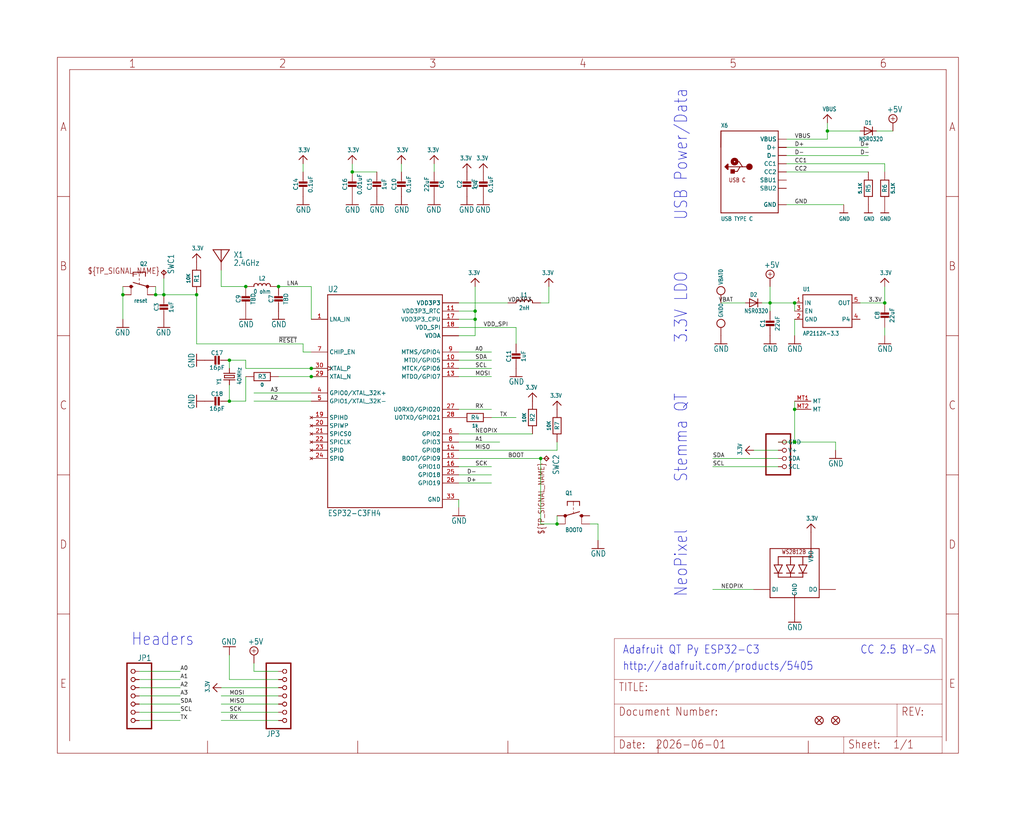
<source format=kicad_sch>
(kicad_sch (version 20230121) (generator eeschema)
  (paper "User" 317.5 254.127)
  (lib_symbols
    (symbol "working-eagle-import:+5V" (power)
      (property "Value" "+5V" (at -1.905 3.175 0))
      (symbol "+5V_1_0"
        (pin power_in line (at 0 -2.54 90) (length 2.54) (name "+5V") (number "1"))
      )
    )
    (symbol "working-eagle-import:3.3V" (power)
      (property "Value" "3.3V" (at -1.524 1.016 0))
      (symbol "3.3V_1_0"
        (pin power_in line (at 0 -2.54 90) (length 2.54) (name "3.3V") (number "1"))
      )
    )
    (symbol "working-eagle-import:ANTENNA_JOHANSON_2450AT18B100"
      (property "Reference" "X" (at 3.81 1.27 0))
      (symbol "ANTENNA_JOHANSON_2450AT18B100_1_0"
        (pin passive line (at 0 -2.54 90) (length 2.54) (name "P$1") (number "FP"))
      )
    )
    (symbol "working-eagle-import:CAP_CERAMIC0805-NOOUTLINE"
      (property "Reference" "C" (at -2.29 1.25 90))
      (symbol "CAP_CERAMIC0805-NOOUTLINE_1_0"
        (pin passive line (at 0 5.08 270) (length 2.54) (name "1") (number "1"))
        (pin passive line (at 0 -2.54 90) (length 2.54) (name "2") (number "2"))
      )
    )
    (symbol "working-eagle-import:CAP_CERAMIC_0402NO"
      (property "Reference" "C" (at -2.29 1.25 90))
      (symbol "CAP_CERAMIC_0402NO_1_0"
        (pin passive line (at 0 5.08 270) (length 2.54) (name "1") (number "1"))
        (pin passive line (at 0 -2.54 90) (length 2.54) (name "2") (number "2"))
      )
    )
    (symbol "working-eagle-import:CRYSTAL_2X1.6MM"
      (property "Reference" "Y" (at -2.54 2.54 0))
      (symbol "CRYSTAL_2X1.6MM_1_0"
        (pin passive line (at -2.54 0 0) (length 0) (name "1") (number "1"))
        (pin passive line (at 2.54 0 180) (length 0) (name "2") (number "3"))
      )
    )
    (symbol "working-eagle-import:DIODE_SOD323MINI"
      (property "Reference" "D" (at 0 2.54 0))
      (symbol "DIODE_SOD323MINI_1_0"
        (pin passive line (at -2.54 0 0) (length 2.54) (name "A") (number "A"))
        (pin passive line (at 2.54 0 180) (length 2.54) (name "C") (number "C"))
      )
    )
    (symbol "working-eagle-import:ESP32-C3FH4"
      (property "Reference" "U" (at -17.78 33.782 0))
      (symbol "ESP32-C3FH4_1_0"
        (pin bidirectional line (at -22.86 25.4 0) (length 5.08) (name "LNA_IN") (number "1"))
        (pin bidirectional line (at 22.86 12.7 180) (length 5.08) (name "MTDI/GPIO5") (number "10"))
        (pin power_in line (at 22.86 27.94 180) (length 5.08) (name "VDD3P3_RTC") (number "11"))
        (pin bidirectional line (at 22.86 10.16 180) (length 5.08) (name "MTCK/GPIO6") (number "12"))
        (pin bidirectional line (at 22.86 7.62 180) (length 5.08) (name "MTDO/GPIO7") (number "13"))
        (pin bidirectional line (at 22.86 -15.24 180) (length 5.08) (name "GPIO8") (number "14"))
        (pin bidirectional line (at 22.86 -17.78 180) (length 5.08) (name "BOOT/GPIO9") (number "15"))
        (pin bidirectional line (at 22.86 -20.32 180) (length 5.08) (name "GPIO10") (number "16"))
        (pin power_in line (at 22.86 25.4 180) (length 5.08) (name "VDD3P3_CPU") (number "17"))
        (pin power_in line (at 22.86 22.86 180) (length 5.08) (name "VDD_SPI") (number "18"))
        (pin no_connect line (at -22.86 -5.08 0) (length 5.08) (name "SPIHD") (number "19"))
        (pin power_in line (at 22.86 30.48 180) (length 5.08) (name "VDD3P3") (number "2"))
        (pin no_connect line (at -22.86 -7.62 0) (length 5.08) (name "SPIWP") (number "20"))
        (pin no_connect line (at -22.86 -10.16 0) (length 5.08) (name "SPICS0") (number "21"))
        (pin no_connect line (at -22.86 -12.7 0) (length 5.08) (name "SPICLK") (number "22"))
        (pin no_connect line (at -22.86 -15.24 0) (length 5.08) (name "SPID") (number "23"))
        (pin no_connect line (at -22.86 -17.78 0) (length 5.08) (name "SPIQ") (number "24"))
        (pin bidirectional line (at 22.86 -22.86 180) (length 5.08) (name "GPIO18") (number "25"))
        (pin bidirectional line (at 22.86 -25.4 180) (length 5.08) (name "GPIO19") (number "26"))
        (pin bidirectional line (at 22.86 -2.54 180) (length 5.08) (name "U0RXD/GPIO20") (number "27"))
        (pin bidirectional line (at 22.86 -5.08 180) (length 5.08) (name "U0TXD/GPIO21") (number "28"))
        (pin output line (at -22.86 7.62 0) (length 5.08) (name "XTAL_N") (number "29"))
        (pin power_in line (at 22.86 30.48 180) (length 5.08) (name "VDD3P3") (number "3"))
        (pin input clock (at -22.86 10.16 0) (length 5.08) (name "XTAL_P") (number "30"))
        (pin power_in line (at 22.86 20.32 180) (length 5.08) (name "VDDA") (number "31"))
        (pin power_in line (at 22.86 20.32 180) (length 5.08) (name "VDDA") (number "32"))
        (pin power_in line (at 22.86 -30.48 180) (length 5.08) (name "GND") (number "33"))
        (pin bidirectional line (at -22.86 2.54 0) (length 5.08) (name "GPIO0/XTAL_32K+") (number "4"))
        (pin bidirectional line (at -22.86 0 0) (length 5.08) (name "GPIO1/XTAL_32K-") (number "5"))
        (pin bidirectional line (at 22.86 -10.16 180) (length 5.08) (name "GPIO2") (number "6"))
        (pin input line (at -22.86 15.24 0) (length 5.08) (name "CHIP_EN") (number "7"))
        (pin bidirectional line (at 22.86 -12.7 180) (length 5.08) (name "GPIO3") (number "8"))
        (pin bidirectional line (at 22.86 15.24 180) (length 5.08) (name "MTMS/GPIO4") (number "9"))
      )
    )
    (symbol "working-eagle-import:FIDUCIAL_1MM")
    (symbol "working-eagle-import:FRAME_A_L"
      (symbol "FRAME_A_L_1_0"
        (text "1" (at 23.2833 213.995 0) (effects (font (size 2.54 2.286))))
        (text "2" (at 69.85 213.995 0) (effects (font (size 2.54 2.286))))
        (text "3" (at 116.4167 213.995 0) (effects (font (size 2.54 2.286))))
        (text "4" (at 162.9833 213.995 0) (effects (font (size 2.54 2.286))))
        (text "5" (at 209.55 213.995 0) (effects (font (size 2.54 2.286))))
        (text "6" (at 256.1167 213.995 0) (effects (font (size 2.54 2.286))))
        (text "A" (at 1.905 194.31 0) (effects (font (size 2.54 2.286))))
        (text "A" (at 277.495 194.31 0) (effects (font (size 2.54 2.286))))
        (text "B" (at 1.905 151.13 0) (effects (font (size 2.54 2.286))))
        (text "B" (at 277.495 151.13 0) (effects (font (size 2.54 2.286))))
        (text "C" (at 1.905 107.95 0) (effects (font (size 2.54 2.286))))
        (text "C" (at 277.495 107.95 0) (effects (font (size 2.54 2.286))))
        (text "D" (at 1.905 64.77 0) (effects (font (size 2.54 2.286))))
        (text "D" (at 277.495 64.77 0) (effects (font (size 2.54 2.286))))
        (text "E" (at 1.905 21.59 0) (effects (font (size 2.54 2.286))))
        (text "E" (at 277.495 21.59 0) (effects (font (size 2.54 2.286))))
      )
      (symbol "FRAME_A_L_2_0"
        (text "${#}/${##}" (at 86.36 1.27 0) (effects (font (size 2.54 2.159)) (justify left bottom)))
        (text "${CURRENT_DATE}" (at 12.7 1.27 0) (effects (font (size 2.54 2.159)) (justify left bottom)))
        (text "${PROJECTNAME}" (at 17.78 19.05 0) (effects (font (size 2.54 2.159)) (justify left bottom)))
        (text "Date:" (at 1.27 1.27 0) (effects (font (size 2.54 2.159)) (justify left bottom)))
        (text "Document Number:" (at 1.27 11.43 0) (effects (font (size 2.54 2.159)) (justify left bottom)))
        (text "REV:" (at 88.9 11.43 0) (effects (font (size 2.54 2.159)) (justify left bottom)))
        (text "Sheet:" (at 72.39 1.27 0) (effects (font (size 2.54 2.159)) (justify left bottom)))
        (text "TITLE:" (at 1.27 19.05 0) (effects (font (size 2.54 2.159)) (justify left bottom)))
      )
    )
    (symbol "working-eagle-import:GND" (power)
      (property "Value" "GND" (at -2.54 -2.54 0))
      (symbol "GND_1_0"
        (pin power_in line (at 0 2.54 270) (length 2.54) (name "GND") (number "1"))
      )
    )
    (symbol "working-eagle-import:HEADER-1X7_CASTEL"
      (property "Reference" "JP" (at -6.35 10.795 0))
      (symbol "HEADER-1X7_CASTEL_1_0"
        (pin passive inverted (at -2.54 7.62 0) (length 2.54) (name "1") (number "1"))
        (pin passive inverted (at -2.54 7.62 0) (length 2.54) (name "1") (number "1C"))
        (pin passive inverted (at -2.54 5.08 0) (length 2.54) (name "2") (number "2"))
        (pin passive inverted (at -2.54 5.08 0) (length 2.54) (name "2") (number "2C"))
        (pin passive inverted (at -2.54 2.54 0) (length 2.54) (name "3") (number "3"))
        (pin passive inverted (at -2.54 2.54 0) (length 2.54) (name "3") (number "3C"))
        (pin passive inverted (at -2.54 0 0) (length 2.54) (name "4") (number "4"))
        (pin passive inverted (at -2.54 0 0) (length 2.54) (name "4") (number "4C"))
        (pin passive inverted (at -2.54 -2.54 0) (length 2.54) (name "5") (number "5"))
        (pin passive inverted (at -2.54 -2.54 0) (length 2.54) (name "5") (number "5C"))
        (pin passive inverted (at -2.54 -5.08 0) (length 2.54) (name "6") (number "6"))
        (pin passive inverted (at -2.54 -5.08 0) (length 2.54) (name "6") (number "6C"))
        (pin passive inverted (at -2.54 -7.62 0) (length 2.54) (name "7") (number "7"))
        (pin passive inverted (at -2.54 -7.62 0) (length 2.54) (name "7") (number "7C"))
      )
    )
    (symbol "working-eagle-import:INDUCTOR_0402"
      (property "Reference" "L" (at 0 2.54 0))
      (symbol "INDUCTOR_0402_1_0"
        (pin passive line (at -5.08 0 0) (length 2.54) (name "1") (number "1"))
        (pin passive line (at 5.08 0 180) (length 2.54) (name "2") (number "2"))
      )
    )
    (symbol "working-eagle-import:RESISTOR_0402NO"
      (property "Reference" "R" (at 0 2.54 0))
      (symbol "RESISTOR_0402NO_1_0"
        (pin passive line (at -5.08 0 0) (length 2.54) (name "1") (number "1"))
        (pin passive line (at 5.08 0 180) (length 2.54) (name "2") (number "2"))
      )
    )
    (symbol "working-eagle-import:RESISTOR_TWO6MIL"
      (property "Reference" "R" (at 0 2.54 0))
      (symbol "RESISTOR_TWO6MIL_1_0"
        (pin passive line (at -5.08 0 0) (length 2.54) (name "1") (number "1"))
        (pin passive line (at 5.08 0 180) (length 2.54) (name "2") (number "2"))
      )
    )
    (symbol "working-eagle-import:STEMMA_I2C_QTSKINNY"
      (symbol "STEMMA_I2C_QTSKINNY_1_0"
        (pin passive inverted (at 0 5.08 0) (length 2.54) (name "GND") (number "1"))
        (pin passive inverted (at 0 2.54 0) (length 2.54) (name "V+") (number "2"))
        (pin passive inverted (at 0 0 0) (length 2.54) (name "SDA") (number "3"))
        (pin passive inverted (at 0 -2.54 0) (length 2.54) (name "SCL") (number "4"))
      )
      (symbol "STEMMA_I2C_QTSKINNY_2_0"
        (pin bidirectional line (at 0 0 0) (length 5.08) (name "MT") (number "MT1"))
      )
      (symbol "STEMMA_I2C_QTSKINNY_3_0"
        (pin bidirectional line (at 0 0 0) (length 5.08) (name "MT") (number "MT2"))
      )
    )
    (symbol "working-eagle-import:SWITCH_TACT_SMT4.6X2.8"
      (property "Reference" "SW" (at -2.54 6.35 0))
      (symbol "SWITCH_TACT_SMT4.6X2.8_1_0"
        (pin passive line (at -5.08 0 0) (length 2.54) (name "P") (number "A"))
        (pin passive line (at -5.08 -2.54 0) (length 2.54) (name "P1") (number "A'"))
        (pin passive line (at 5.08 0 180) (length 2.54) (name "S") (number "B"))
        (pin passive line (at 5.08 -2.54 180) (length 2.54) (name "S1") (number "B'"))
      )
    )
    (symbol "working-eagle-import:SWITCH_TACT_SMT_KMR2SLIM"
      (property "Reference" "SW" (at -2.54 6.35 0))
      (symbol "SWITCH_TACT_SMT_KMR2SLIM_1_0"
        (pin passive line (at -5.08 0 0) (length 2.54) (name "P") (number "A"))
        (pin passive line (at -5.08 -2.54 0) (length 2.54) (name "P1") (number "A'"))
        (pin passive line (at 5.08 0 180) (length 2.54) (name "S") (number "B"))
        (pin passive line (at 5.08 -2.54 180) (length 2.54) (name "S1") (number "B'"))
      )
    )
    (symbol "working-eagle-import:TESTPOINT_MINUS"
      (property "Reference" "TP" (at 0 5.588 90))
      (symbol "TESTPOINT_MINUS_1_0"
        (pin bidirectional line (at 0 0 90) (length 2.54) (name "P$1") (number "P$1"))
      )
    )
    (symbol "working-eagle-import:TESTPOINT_PLUS13"
      (property "Reference" "TP" (at 0 5.588 90))
      (symbol "TESTPOINT_PLUS13_1_0"
        (pin bidirectional line (at 0 0 90) (length 2.54) (name "P$1") (number "P$1"))
      )
    )
    (symbol "working-eagle-import:TPB1,27"
      (property "Reference" "TP" (at -1.27 1.27 0))
      (symbol "TPB1,27_1_0"
        (text "${TP_SIGNAL_NAME}" (at 1.27 -1.27 0) (effects (font (size 1.778 1.5113)) (justify left bottom)))
        (pin input line (at 0 -2.54 90) (length 2.54) (name "TP") (number "TP"))
      )
    )
    (symbol "working-eagle-import:USB_C"
      (property "Reference" "X" (at -10.16 13.716 0))
      (symbol "USB_C_1_0"
        (text "USB C" (at -5.08 -2.54 0) (effects (font (size 1.27 1.0795))))
        (pin power_in line (at 10.16 -10.16 180) (length 2.54) (name "GND") (number "A1B12"))
        (pin power_in line (at 10.16 10.16 180) (length 2.54) (name "VBUS") (number "A4B9"))
        (pin bidirectional line (at 10.16 2.54 180) (length 2.54) (name "CC1") (number "A5"))
        (pin bidirectional line (at 10.16 7.62 180) (length 2.54) (name "D+") (number "A6"))
        (pin bidirectional line (at 10.16 5.08 180) (length 2.54) (name "D-") (number "A7"))
        (pin bidirectional line (at 10.16 -2.54 180) (length 2.54) (name "SBU1") (number "A8"))
        (pin power_in line (at 10.16 -10.16 180) (length 2.54) (name "GND") (number "B1A12"))
        (pin power_in line (at 10.16 10.16 180) (length 2.54) (name "VBUS") (number "B4A9"))
        (pin bidirectional line (at 10.16 0 180) (length 2.54) (name "CC2") (number "B5"))
        (pin bidirectional line (at 10.16 7.62 180) (length 2.54) (name "D+") (number "B6"))
        (pin bidirectional line (at 10.16 5.08 180) (length 2.54) (name "D-") (number "B7"))
        (pin bidirectional line (at 10.16 -5.08 180) (length 2.54) (name "SBU2") (number "B8"))
      )
    )
    (symbol "working-eagle-import:VBUS" (power)
      (property "Value" "VBUS" (at -1.524 1.016 0))
      (symbol "VBUS_1_0"
        (pin power_in line (at 0 -2.54 90) (length 2.54) (name "VBUS") (number "1"))
      )
    )
    (symbol "working-eagle-import:VREG_SOT23-5"
      (property "Reference" "U" (at -7.62 6.096 0))
      (symbol "VREG_SOT23-5_1_0"
        (pin power_in line (at -10.16 2.54 0) (length 2.54) (name "IN") (number "1"))
        (pin power_in line (at -10.16 -2.54 0) (length 2.54) (name "GND") (number "2"))
        (pin input line (at -10.16 0 0) (length 2.54) (name "EN") (number "3"))
        (pin bidirectional line (at 10.16 -2.54 180) (length 2.54) (name "P4") (number "4"))
        (pin power_in line (at 10.16 2.54 180) (length 2.54) (name "OUT") (number "5"))
      )
    )
    (symbol "working-eagle-import:WS2812B_SK6805_1515"
      (symbol "WS2812B_SK6805_1515_1_0"
        (text "WS2812B" (at -4.064 8.382 0) (effects (font (size 1.27 1.0795)) (justify left bottom)))
        (pin input line (at -12.7 -2.54 0) (length 5.08) (name "DI") (number "1"))
        (pin power_in line (at 5.08 15.24 270) (length 5.08) (name "VDD") (number "2"))
        (pin output line (at 12.7 -2.54 180) (length 5.08) (name "DO") (number "3"))
        (pin power_in line (at 0 -10.16 90) (length 5.08) (name "GND") (number "4"))
      )
    )
    (symbol "working-eagle-import:microbuilder_GND" (power)
      (property "Value" "microbuilder_GND" (at -1.524 -2.54 0))
      (symbol "microbuilder_GND_1_0"
        (pin power_in line (at 0 2.54 270) (length 2.54) (name "GND") (number "1"))
      )
    )
  )
  (junction (at 38.1 91.44))
  (junction (at 71.12 111.76))
  (junction (at 256.54 40.64))
  (junction (at 246.38 127))
  (junction (at 60.96 91.44))
  (junction (at 172.72 162.56))
  (junction (at 50.8 91.44))
  (junction (at 147.32 96.52))
  (junction (at 96.52 116.84))
  (junction (at 246.38 93.98))
  (junction (at 48.26 91.44))
  (junction (at 147.32 99.06))
  (junction (at 238.76 93.98))
  (junction (at 167.64 142.24))
  (junction (at 86.36 88.9))
  (junction (at 109.22 53.34))
  (junction (at 71.12 124.46))
  (junction (at 246.38 137.16))
  (junction (at 274.32 93.98))
  (junction (at 96.52 114.3))
  (junction (at 76.2 88.9))
  (wire (pts (xy 86.36 210.82) (xy 71.12 210.82)) (stroke (width 0.1524)))
  (wire (pts (xy 86.36 213.36) (xy 68.58 213.36)) (stroke (width 0.1524)))
  (wire (pts (xy 60.96 106.68) (xy 60.96 91.44)) (stroke (width 0.1524)))
  (wire (pts (xy 243.84 50.8) (xy 274.32 50.8)) (stroke (width 0.1524)))
  (wire (pts (xy 238.76 96.52) (xy 238.76 93.98)) (stroke (width 0.1524)))
  (wire (pts (xy 142.24 104.14) (xy 147.32 104.14)) (stroke (width 0.1524)))
  (wire (pts (xy 246.38 137.16) (xy 259.08 137.16)) (stroke (width 0.1524)))
  (wire (pts (xy 256.54 40.64) (xy 266.7 40.64)) (stroke (width 0.1524)))
  (wire (pts (xy 76.2 114.3) (xy 96.52 114.3)) (stroke (width 0.1524)))
  (wire (pts (xy 76.2 114.3) (xy 76.2 111.76)) (stroke (width 0.1524)))
  (wire (pts (xy 142.24 154.94) (xy 142.24 157.48)) (stroke (width 0.1524)))
  (wire (pts (xy 38.1 88.9) (xy 38.1 91.44)) (stroke (width 0.1524)))
  (wire (pts (xy 55.88 208.28) (xy 43.18 208.28)) (stroke (width 0.1524)))
  (wire (pts (xy 78.74 124.46) (xy 96.52 124.46)) (stroke (width 0.1524)))
  (wire (pts (xy 142.24 114.3) (xy 152.4 114.3)) (stroke (width 0.1524)))
  (wire (pts (xy 43.18 210.82) (xy 55.88 210.82)) (stroke (width 0.1524)))
  (wire (pts (xy 241.3 139.7) (xy 233.68 139.7)) (stroke (width 0.1524)))
  (wire (pts (xy 142.24 96.52) (xy 147.32 96.52)) (stroke (width 0.1524)))
  (wire (pts (xy 147.32 104.14) (xy 147.32 99.06)) (stroke (width 0.1524)))
  (wire (pts (xy 71.12 111.76) (xy 71.12 114.3)) (stroke (width 0.1524)))
  (wire (pts (xy 43.18 215.9) (xy 55.88 215.9)) (stroke (width 0.1524)))
  (wire (pts (xy 261.62 63.5) (xy 243.84 63.5)) (stroke (width 0.1524)))
  (wire (pts (xy 147.32 96.52) (xy 147.32 88.9)) (stroke (width 0.1524)))
  (wire (pts (xy 86.36 218.44) (xy 68.58 218.44)) (stroke (width 0.1524)))
  (wire (pts (xy 246.38 99.06) (xy 246.38 104.14)) (stroke (width 0.1524)))
  (wire (pts (xy 274.32 50.8) (xy 274.32 53.34)) (stroke (width 0.1524)))
  (wire (pts (xy 274.32 88.9) (xy 274.32 93.98)) (stroke (width 0.1524)))
  (wire (pts (xy 71.12 210.82) (xy 71.12 203.2)) (stroke (width 0.1524)))
  (wire (pts (xy 50.8 86.36) (xy 50.8 91.44)) (stroke (width 0.1524)))
  (wire (pts (xy 142.24 139.7) (xy 172.72 139.7)) (stroke (width 0.1524)))
  (wire (pts (xy 86.36 208.28) (xy 78.74 208.28)) (stroke (width 0.1524)))
  (wire (pts (xy 142.24 134.62) (xy 165.1 134.62)) (stroke (width 0.1524)))
  (wire (pts (xy 152.4 129.54) (xy 160.02 129.54)) (stroke (width 0.1524)))
  (wire (pts (xy 76.2 116.84) (xy 76.2 124.46)) (stroke (width 0.1524)))
  (wire (pts (xy 134.62 53.34) (xy 134.62 50.8)) (stroke (width 0.1524)))
  (wire (pts (xy 43.18 223.52) (xy 55.88 223.52)) (stroke (width 0.1524)))
  (wire (pts (xy 142.24 111.76) (xy 152.4 111.76)) (stroke (width 0.1524)))
  (wire (pts (xy 96.52 116.84) (xy 86.36 116.84)) (stroke (width 0.1524)))
  (wire (pts (xy 86.36 215.9) (xy 68.58 215.9)) (stroke (width 0.1524)))
  (wire (pts (xy 246.38 96.52) (xy 246.38 93.98)) (stroke (width 0.1524)))
  (wire (pts (xy 147.32 99.06) (xy 147.32 96.52)) (stroke (width 0.1524)))
  (wire (pts (xy 256.54 40.64) (xy 256.54 43.18)) (stroke (width 0.1524)))
  (wire (pts (xy 50.8 91.44) (xy 60.96 91.44)) (stroke (width 0.1524)))
  (wire (pts (xy 142.24 137.16) (xy 154.94 137.16)) (stroke (width 0.1524)))
  (wire (pts (xy 76.2 88.9) (xy 68.58 88.9)) (stroke (width 0.1524)))
  (wire (pts (xy 259.08 137.16) (xy 259.08 139.7)) (stroke (width 0.1524)))
  (wire (pts (xy 76.2 124.46) (xy 71.12 124.46)) (stroke (width 0.1524)))
  (wire (pts (xy 243.84 53.34) (xy 269.24 53.34)) (stroke (width 0.1524)))
  (wire (pts (xy 96.52 114.3) (xy 99.06 114.3)) (stroke (width 0.1524)))
  (wire (pts (xy 76.2 111.76) (xy 71.12 111.76)) (stroke (width 0.1524)))
  (wire (pts (xy 71.12 119.38) (xy 71.12 124.46)) (stroke (width 0.1524)))
  (wire (pts (xy 142.24 109.22) (xy 152.4 109.22)) (stroke (width 0.1524)))
  (wire (pts (xy 246.38 124.46) (xy 246.38 127)) (stroke (width 0.1524)))
  (wire (pts (xy 241.3 142.24) (xy 220.98 142.24)) (stroke (width 0.1524)))
  (wire (pts (xy 48.26 91.44) (xy 50.8 91.44)) (stroke (width 0.1524)))
  (wire (pts (xy 55.88 218.44) (xy 43.18 218.44)) (stroke (width 0.1524)))
  (wire (pts (xy 170.18 93.98) (xy 170.18 88.9)) (stroke (width 0.1524)))
  (wire (pts (xy 93.98 53.34) (xy 93.98 50.8)) (stroke (width 0.1524)))
  (wire (pts (xy 142.24 149.86) (xy 152.4 149.86)) (stroke (width 0.1524)))
  (wire (pts (xy 256.54 38.1) (xy 256.54 40.64)) (stroke (width 0.1524)))
  (wire (pts (xy 96.52 121.92) (xy 78.74 121.92)) (stroke (width 0.1524)))
  (wire (pts (xy 142.24 147.32) (xy 152.4 147.32)) (stroke (width 0.1524)))
  (wire (pts (xy 142.24 144.78) (xy 152.4 144.78)) (stroke (width 0.1524)))
  (wire (pts (xy 172.72 162.56) (xy 167.64 162.56)) (stroke (width 0.1524)))
  (wire (pts (xy 93.98 106.68) (xy 93.98 109.22)) (stroke (width 0.1524)))
  (wire (pts (xy 124.46 50.8) (xy 124.46 53.34)) (stroke (width 0.1524)))
  (wire (pts (xy 241.3 137.16) (xy 246.38 137.16)) (stroke (width 0.1524)))
  (wire (pts (xy 109.22 50.8) (xy 109.22 53.34)) (stroke (width 0.1524)))
  (wire (pts (xy 55.88 213.36) (xy 43.18 213.36)) (stroke (width 0.1524)))
  (wire (pts (xy 256.54 43.18) (xy 243.84 43.18)) (stroke (width 0.1524)))
  (wire (pts (xy 172.72 139.7) (xy 172.72 137.16)) (stroke (width 0.1524)))
  (wire (pts (xy 142.24 99.06) (xy 147.32 99.06)) (stroke (width 0.1524)))
  (wire (pts (xy 274.32 104.14) (xy 274.32 101.6)) (stroke (width 0.1524)))
  (wire (pts (xy 241.3 144.78) (xy 220.98 144.78)) (stroke (width 0.1524)))
  (wire (pts (xy 271.78 40.64) (xy 276.86 40.64)) (stroke (width 0.1524)))
  (wire (pts (xy 142.24 142.24) (xy 167.64 142.24)) (stroke (width 0.1524)))
  (wire (pts (xy 96.52 88.9) (xy 96.52 99.06)) (stroke (width 0.1524)))
  (wire (pts (xy 109.22 53.34) (xy 116.84 53.34)) (stroke (width 0.1524)))
  (wire (pts (xy 93.98 106.68) (xy 60.96 106.68)) (stroke (width 0.1524)))
  (wire (pts (xy 142.24 116.84) (xy 152.4 116.84)) (stroke (width 0.1524)))
  (wire (pts (xy 142.24 101.6) (xy 160.02 101.6)) (stroke (width 0.1524)))
  (wire (pts (xy 157.48 93.98) (xy 142.24 93.98)) (stroke (width 0.1524)))
  (wire (pts (xy 236.22 93.98) (xy 238.76 93.98)) (stroke (width 0.1524)))
  (wire (pts (xy 160.02 101.6) (xy 160.02 106.68)) (stroke (width 0.1524)))
  (wire (pts (xy 48.26 91.44) (xy 48.26 88.9)) (stroke (width 0.1524)))
  (wire (pts (xy 246.38 127) (xy 246.38 137.16)) (stroke (width 0.1524)))
  (wire (pts (xy 243.84 48.26) (xy 269.24 48.26)) (stroke (width 0.1524)))
  (wire (pts (xy 172.72 160.02) (xy 172.72 162.56)) (stroke (width 0.1524)))
  (wire (pts (xy 167.64 93.98) (xy 170.18 93.98)) (stroke (width 0.1524)))
  (wire (pts (xy 142.24 127) (xy 152.4 127)) (stroke (width 0.1524)))
  (wire (pts (xy 43.18 220.98) (xy 55.88 220.98)) (stroke (width 0.1524)))
  (wire (pts (xy 185.42 167.64) (xy 185.42 162.56)) (stroke (width 0.1524)))
  (wire (pts (xy 266.7 93.98) (xy 274.32 93.98)) (stroke (width 0.1524)))
  (wire (pts (xy 78.74 208.28) (xy 78.74 205.74)) (stroke (width 0.1524)))
  (wire (pts (xy 238.76 88.9) (xy 238.76 93.98)) (stroke (width 0.1524)))
  (wire (pts (xy 86.36 88.9) (xy 96.52 88.9)) (stroke (width 0.1524)))
  (wire (pts (xy 68.58 88.9) (xy 68.58 83.82)) (stroke (width 0.1524)))
  (wire (pts (xy 167.64 162.56) (xy 167.64 142.24)) (stroke (width 0.1524)))
  (wire (pts (xy 223.52 93.98) (xy 231.14 93.98)) (stroke (width 0.1524)))
  (wire (pts (xy 182.88 162.56) (xy 185.42 162.56)) (stroke (width 0.1524)))
  (wire (pts (xy 243.84 45.72) (xy 269.24 45.72)) (stroke (width 0.1524)))
  (wire (pts (xy 86.36 220.98) (xy 68.58 220.98)) (stroke (width 0.1524)))
  (wire (pts (xy 38.1 99.06) (xy 38.1 91.44)) (stroke (width 0.1524)))
  (wire (pts (xy 96.52 116.84) (xy 99.06 116.84)) (stroke (width 0.1524)))
  (wire (pts (xy 93.98 109.22) (xy 96.52 109.22)) (stroke (width 0.1524)))
  (wire (pts (xy 238.76 93.98) (xy 246.38 93.98)) (stroke (width 0.1524)))
  (wire (pts (xy 233.68 182.88) (xy 220.98 182.88)) (stroke (width 0.1524)))
  (wire (pts (xy 86.36 223.52) (xy 68.58 223.52)) (stroke (width 0.1524)))
  (text "Headers" (at 40.64 200.66 0) (effects (font (size 3.81 3.2385)) (justify left bottom)))
  (text "Adafruit QT Py ESP32-C3" (at 193.04 203.2 0) (effects (font (size 2.54 2.159)) (justify left bottom)))
  (text "http://adafruit.com/products/5405" (at 193.04 208.28 0) (effects (font (size 2.54 2.159)) (justify left bottom)))
  (text "CC 2.5 BY-SA" (at 266.7 203.2 0) (effects (font (size 2.54 2.159)) (justify left bottom)))
  (text "USB Power/Data" (at 213.36 68.58 90) (effects (font (size 3.81 3.2385)) (justify left bottom)))
  (text "NeoPixel" (at 213.36 185.42 90) (effects (font (size 3.81 3.2385)) (justify left bottom)))
  (text "Stemma QT" (at 213.36 149.86 90) (effects (font (size 3.81 3.2385)) (justify left bottom)))
  (text "3.3V LDO" (at 213.36 106.68 90) (effects (font (size 3.81 3.2385)) (justify left bottom)))
  (label "A3" (at 55.88 215.9 0) (effects (font (size 1.2446 1.2446))))
  (label "3.3V" (at 269.24 93.98 0) (effects (font (size 1.2446 1.2446))))
  (label "A1" (at 147.32 137.16 0) (effects (font (size 1.2446 1.2446))))
  (label "SDA" (at 220.98 142.24 0) (effects (font (size 1.2446 1.2446))))
  (label "SCL" (at 55.88 220.98 0) (effects (font (size 1.2446 1.2446))))
  (label "CC2" (at 246.38 53.34 0) (effects (font (size 1.2446 1.2446))))
  (label "GND" (at 246.38 63.5 0) (effects (font (size 1.2446 1.2446))))
  (label "D-" (at 266.7 48.26 0) (effects (font (size 1.2446 1.2446))))
  (label "TX" (at 154.94 129.54 0) (effects (font (size 1.2446 1.2446))))
  (label "D-" (at 144.78 147.32 0) (effects (font (size 1.2446 1.2446))))
  (label "VDD_SPI" (at 149.86 101.6 0) (effects (font (size 1.2446 1.2446))))
  (label "TX" (at 55.88 223.52 0) (effects (font (size 1.2446 1.2446))))
  (label "MOSI" (at 71.12 215.9 0) (effects (font (size 1.2446 1.2446))))
  (label "SCL" (at 147.32 114.3 0) (effects (font (size 1.2446 1.2446))))
  (label "D+" (at 266.7 45.72 0) (effects (font (size 1.2446 1.2446))))
  (label "~{RESET}" (at 86.36 106.68 0) (effects (font (size 1.2446 1.2446))))
  (label "A1" (at 55.88 210.82 0) (effects (font (size 1.2446 1.2446))))
  (label "LNA" (at 88.9 88.9 0) (effects (font (size 1.2446 1.2446))))
  (label "SCK" (at 147.32 144.78 0) (effects (font (size 1.2446 1.2446))))
  (label "A3" (at 83.82 121.92 0) (effects (font (size 1.2446 1.2446))))
  (label "D+" (at 144.78 149.86 0) (effects (font (size 1.2446 1.2446))))
  (label "MISO" (at 71.12 218.44 0) (effects (font (size 1.2446 1.2446))))
  (label "RX" (at 71.12 223.52 0) (effects (font (size 1.2446 1.2446))))
  (label "BOOT" (at 157.48 142.24 0) (effects (font (size 1.2446 1.2446))))
  (label "MISO" (at 147.32 139.7 0) (effects (font (size 1.2446 1.2446))))
  (label "SCK" (at 71.12 220.98 0) (effects (font (size 1.2446 1.2446))))
  (label "MOSI" (at 147.32 116.84 0) (effects (font (size 1.2446 1.2446))))
  (label "VBAT" (at 227.33 93.98 180) (effects (font (size 1.2446 1.2446))))
  (label "A2" (at 55.88 213.36 0) (effects (font (size 1.2446 1.2446))))
  (label "D+" (at 246.38 45.72 0) (effects (font (size 1.2446 1.2446))))
  (label "RX" (at 147.32 127 0) (effects (font (size 1.2446 1.2446))))
  (label "D-" (at 246.38 48.26 0) (effects (font (size 1.2446 1.2446))))
  (label "NEOPIX" (at 147.32 134.62 0) (effects (font (size 1.2446 1.2446))))
  (label "A2" (at 83.82 124.46 0) (effects (font (size 1.2446 1.2446))))
  (label "SDA" (at 55.88 218.44 0) (effects (font (size 1.2446 1.2446))))
  (label "NEOPIX" (at 223.52 182.88 0) (effects (font (size 1.2446 1.2446))))
  (label "VDD3P3" (at 157.48 93.98 0) (effects (font (size 1.2446 1.2446))))
  (label "SCL" (at 220.98 144.78 0) (effects (font (size 1.2446 1.2446))))
  (label "VBUS" (at 246.38 43.18 0) (effects (font (size 1.2446 1.2446))))
  (label "A0" (at 55.88 208.28 0) (effects (font (size 1.2446 1.2446))))
  (label "CC1" (at 246.38 50.8 0) (effects (font (size 1.2446 1.2446))))
  (label "SDA" (at 147.32 111.76 0) (effects (font (size 1.2446 1.2446))))
  (label "A0" (at 147.32 109.22 0) (effects (font (size 1.2446 1.2446))))
  (symbol (lib_id "working-eagle-import:RESISTOR_TWO6MIL") (at 172.72 132.08 270) (unit 1)
    (property "Reference" "R7" (at 172.72 132.08 0))
    (property "Value" "10K" (at 170.18 132.08 0) (effects (font (size 1.016 1.016) bold)))
    (property "Footprint" "working:_0603MP_TWO6MIL" (effects hide))
  )
  (symbol (lib_id "working-eagle-import:ESP32-C3FH4") (at 119.38 124.46 0) (unit 1)
    (property "Reference" "U2" (at 101.6 90.678 0) (effects (font (size 1.778 1.5113)) (justify left bottom)))
    (property "Value" "ESP32-C3FH4" (at 101.6 158.242 0) (effects (font (size 1.778 1.5113)) (justify left top)))
    (property "Footprint" "working:QFN32_5MM" (effects hide))
  )
  (symbol (lib_id "working-eagle-import:SWITCH_TACT_SMT_KMR2SLIM") (at 43.18 88.9 0) (mirror y) (unit 1)
    (property "Reference" "Q2" (at 45.72 82.55 0) (effects (font (size 1.27 1.0795)) (justify left bottom)))
    (property "Value" "reset" (at 45.72 93.98 0) (effects (font (size 1.27 1.0795)) (justify left bottom)))
    (property "Footprint" "working:BTN_KMR2_SLIM" (effects hide))
  )
  (symbol (lib_id "working-eagle-import:GND") (at 246.38 106.68 0) (mirror y) (unit 1)
    (property "Reference" "#GND1" (effects hide))
    (property "Value" "GND" (at 248.92 109.22 0) (effects (font (size 1.778 1.5113)) (justify left bottom)))
  )
  (symbol (lib_id "working-eagle-import:+5V") (at 78.74 203.2 0) (unit 1)
    (property "Reference" "#SUPPLY3" (effects hide))
    (property "Value" "+5V" (at 76.835 200.025 0) (effects (font (size 1.778 1.5113)) (justify left bottom)))
  )
  (symbol (lib_id "working-eagle-import:GND") (at 185.42 170.18 0) (mirror y) (unit 1)
    (property "Reference" "#GND7" (effects hide))
    (property "Value" "GND" (at 187.96 172.72 0) (effects (font (size 1.778 1.5113)) (justify left bottom)))
  )
  (symbol (lib_id "working-eagle-import:3.3V") (at 149.86 50.8 0) (mirror y) (unit 1)
    (property "Reference" "#U$21" (effects hide))
    (property "Value" "3.3V" (at 151.384 49.784 0) (effects (font (size 1.27 1.0795)) (justify left bottom)))
  )
  (symbol (lib_id "working-eagle-import:3.3V") (at 66.04 213.36 90) (unit 1)
    (property "Reference" "#U$10" (effects hide))
    (property "Value" "3.3V" (at 65.024 214.884 0) (effects (font (size 1.27 1.0795)) (justify left bottom)))
  )
  (symbol (lib_id "working-eagle-import:VBUS") (at 256.54 35.56 0) (unit 1)
    (property "Reference" "#U$5" (effects hide))
    (property "Value" "VBUS" (at 255.016 34.544 0) (effects (font (size 1.27 1.0795)) (justify left bottom)))
  )
  (symbol (lib_id "working-eagle-import:TESTPOINT_MINUS") (at 223.52 104.14 0) (unit 1)
    (property "Reference" "GND0" (at 223.52 98.552 90) (effects (font (size 1.27 1.0795)) (justify left)))
    (property "Value" "TESTPOINT_MINUS" (effects hide))
    (property "Footprint" "working:TESTPOINT_MINUS_1X3MM" (effects hide))
  )
  (symbol (lib_id "working-eagle-import:+5V") (at 276.86 38.1 0) (unit 1)
    (property "Reference" "#SUPPLY2" (effects hide))
    (property "Value" "+5V" (at 274.955 34.925 0) (effects (font (size 1.778 1.5113)) (justify left bottom)))
  )
  (symbol (lib_id "working-eagle-import:USB_C") (at 233.68 53.34 0) (unit 1)
    (property "Reference" "X6" (at 223.52 39.624 0) (effects (font (size 1.27 1.0795)) (justify left bottom)))
    (property "Value" "USB TYPE C" (at 223.52 68.58 0) (effects (font (size 1.27 1.0795)) (justify left bottom)))
    (property "Footprint" "working:USB_C_CUSB31-CFM2AX-01-X" (effects hide))
  )
  (symbol (lib_id "working-eagle-import:CAP_CERAMIC_0402NO") (at 76.2 93.98 0) (unit 1)
    (property "Reference" "C9" (at 73.91 92.73 90))
    (property "Value" "TBD" (at 78.5 92.73 90))
    (property "Footprint" "working:_0402NO" (effects hide))
  )
  (symbol (lib_id "working-eagle-import:CAP_CERAMIC0805-NOOUTLINE") (at 274.32 99.06 0) (unit 1)
    (property "Reference" "C8" (at 272.03 97.81 90))
    (property "Value" "22uF" (at 276.62 97.81 90))
    (property "Footprint" "working:0805-NO" (effects hide))
  )
  (symbol (lib_id "working-eagle-import:CAP_CERAMIC_0402NO") (at 66.04 111.76 270) (unit 1)
    (property "Reference" "C17" (at 67.29 109.47 90))
    (property "Value" "16pF" (at 67.29 114.06 90))
    (property "Footprint" "working:_0402NO" (effects hide))
  )
  (symbol (lib_id "working-eagle-import:GND") (at 76.2 99.06 0) (mirror y) (unit 1)
    (property "Reference" "#GND15" (effects hide))
    (property "Value" "GND" (at 78.74 101.6 0) (effects (font (size 1.778 1.5113)) (justify left bottom)))
  )
  (symbol (lib_id "working-eagle-import:GND") (at 71.12 200.66 0) (mirror x) (unit 1)
    (property "Reference" "#GND2" (effects hide))
    (property "Value" "GND" (at 68.58 198.12 0) (effects (font (size 1.778 1.5113)) (justify left bottom)))
  )
  (symbol (lib_id "working-eagle-import:TESTPOINT_PLUS13") (at 223.52 93.98 0) (unit 1)
    (property "Reference" "VBAT0" (at 223.52 88.392 90) (effects (font (size 1.27 1.0795)) (justify left)))
    (property "Value" "TESTPOINT_PLUS13" (effects hide))
    (property "Footprint" "working:TESTPOINT_PLUS_1X3MM" (effects hide))
  )
  (symbol (lib_id "working-eagle-import:3.3V") (at 93.98 48.26 0) (unit 1)
    (property "Reference" "#U$23" (effects hide))
    (property "Value" "3.3V" (at 92.456 47.244 0) (effects (font (size 1.27 1.0795)) (justify left bottom)))
  )
  (symbol (lib_id "working-eagle-import:FRAME_A_L") (at 190.5 233.68 0) (unit 2)
    (property "Reference" "#FRAME1" (effects hide))
    (property "Value" "FRAME_A_L" (effects hide))
  )
  (symbol (lib_id "working-eagle-import:GND") (at 116.84 63.5 0) (mirror y) (unit 1)
    (property "Reference" "#GND24" (effects hide))
    (property "Value" "GND" (at 119.38 66.04 0) (effects (font (size 1.778 1.5113)) (justify left bottom)))
  )
  (symbol (lib_id "working-eagle-import:RESISTOR_0402NO") (at 60.96 86.36 270) (unit 1)
    (property "Reference" "R1" (at 60.96 86.36 0))
    (property "Value" "10K" (at 58.42 86.36 0) (effects (font (size 1.016 1.016) bold)))
    (property "Footprint" "working:_0402NO" (effects hide))
  )
  (symbol (lib_id "working-eagle-import:3.3V") (at 231.14 139.7 90) (unit 1)
    (property "Reference" "#U$2" (effects hide))
    (property "Value" "3.3V" (at 230.124 141.224 0) (effects (font (size 1.27 1.0795)) (justify left bottom)))
  )
  (symbol (lib_id "working-eagle-import:VREG_SOT23-5") (at 256.54 96.52 0) (unit 1)
    (property "Reference" "U1" (at 248.92 90.424 0) (effects (font (size 1.27 1.0795)) (justify left bottom)))
    (property "Value" "AP2112K-3.3" (at 248.92 104.14 0) (effects (font (size 1.27 1.0795)) (justify left bottom)))
    (property "Footprint" "working:SOT23-5" (effects hide))
  )
  (symbol (lib_id "working-eagle-import:CAP_CERAMIC0805-NOOUTLINE") (at 134.62 58.42 0) (mirror y) (unit 1)
    (property "Reference" "C6" (at 136.91 57.17 90))
    (property "Value" "22uF" (at 132.32 57.17 90))
    (property "Footprint" "working:0805-NO" (effects hide))
  )
  (symbol (lib_id "working-eagle-import:GND") (at 274.32 106.68 0) (mirror y) (unit 1)
    (property "Reference" "#GND12" (effects hide))
    (property "Value" "GND" (at 276.86 109.22 0) (effects (font (size 1.778 1.5113)) (justify left bottom)))
  )
  (symbol (lib_id "working-eagle-import:3.3V") (at 251.46 162.56 0) (unit 1)
    (property "Reference" "#U$13" (effects hide))
    (property "Value" "3.3V" (at 249.936 161.544 0) (effects (font (size 1.27 1.0795)) (justify left bottom)))
  )
  (symbol (lib_id "working-eagle-import:GND") (at 134.62 63.5 0) (unit 1)
    (property "Reference" "#GND10" (effects hide))
    (property "Value" "GND" (at 132.08 66.04 0) (effects (font (size 1.778 1.5113)) (justify left bottom)))
  )
  (symbol (lib_id "working-eagle-import:3.3V") (at 60.96 78.74 0) (unit 1)
    (property "Reference" "#U$4" (effects hide))
    (property "Value" "3.3V" (at 59.436 77.724 0) (effects (font (size 1.27 1.0795)) (justify left bottom)))
  )
  (symbol (lib_id "working-eagle-import:CAP_CERAMIC_0402NO") (at 93.98 58.42 0) (unit 1)
    (property "Reference" "C14" (at 91.69 57.17 90))
    (property "Value" "0.1uF" (at 96.28 57.17 90))
    (property "Footprint" "working:_0402NO" (effects hide))
  )
  (symbol (lib_id "working-eagle-import:FRAME_A_L") (at 17.78 233.68 0) (unit 1)
    (property "Reference" "#FRAME1" (effects hide))
    (property "Value" "FRAME_A_L" (effects hide))
  )
  (symbol (lib_id "working-eagle-import:GND") (at 109.22 63.5 0) (mirror y) (unit 1)
    (property "Reference" "#GND23" (effects hide))
    (property "Value" "GND" (at 111.76 66.04 0) (effects (font (size 1.778 1.5113)) (justify left bottom)))
  )
  (symbol (lib_id "working-eagle-import:GND") (at 144.78 63.5 0) (unit 1)
    (property "Reference" "#GND5" (effects hide))
    (property "Value" "GND" (at 142.24 66.04 0) (effects (font (size 1.778 1.5113)) (justify left bottom)))
  )
  (symbol (lib_id "working-eagle-import:CAP_CERAMIC_0402NO") (at 144.78 58.42 0) (unit 1)
    (property "Reference" "C2" (at 142.49 57.17 90))
    (property "Value" "1uF" (at 147.08 57.17 90))
    (property "Footprint" "working:_0402NO" (effects hide))
  )
  (symbol (lib_id "working-eagle-import:INDUCTOR_0402") (at 162.56 93.98 0) (mirror y) (unit 1)
    (property "Reference" "L1" (at 162.56 91.44 0) (effects (font (size 1.27 1.0795))))
    (property "Value" "2nH" (at 162.56 95.52 0) (effects (font (size 1.27 1.0795))))
    (property "Footprint" "working:_0402" (effects hide))
  )
  (symbol (lib_id "working-eagle-import:HEADER-1X7_CASTEL") (at 40.64 215.9 0) (mirror y) (unit 1)
    (property "Reference" "JP1" (at 46.99 205.105 0) (effects (font (size 1.778 1.5113)) (justify left bottom)))
    (property "Value" "HEADER-1X7_CASTEL" (effects hide))
    (property "Footprint" "working:1X07_CASTEL" (effects hide))
  )
  (symbol (lib_id "working-eagle-import:CAP_CERAMIC_0402NO") (at 149.86 58.42 0) (unit 1)
    (property "Reference" "C4" (at 147.57 57.17 90))
    (property "Value" "0.1uF" (at 152.16 57.17 90))
    (property "Footprint" "working:_0402NO" (effects hide))
  )
  (symbol (lib_id "working-eagle-import:INDUCTOR_0402") (at 81.28 88.9 0) (unit 1)
    (property "Reference" "L2" (at 81.28 86.36 0) (effects (font (size 1.27 1.0795))))
    (property "Value" "0 ohm" (at 81.28 90.44 0) (effects (font (size 1.27 1.0795))))
    (property "Footprint" "working:_0402" (effects hide))
  )
  (symbol (lib_id "working-eagle-import:GND") (at 142.24 160.02 0) (mirror y) (unit 1)
    (property "Reference" "#GND9" (effects hide))
    (property "Value" "GND" (at 144.78 162.56 0) (effects (font (size 1.778 1.5113)) (justify left bottom)))
  )
  (symbol (lib_id "working-eagle-import:CAP_CERAMIC_0402NO") (at 109.22 58.42 0) (unit 1)
    (property "Reference" "C16" (at 106.93 57.17 90))
    (property "Value" "0.01uF" (at 111.52 57.17 90))
    (property "Footprint" "working:_0402NO" (effects hide))
  )
  (symbol (lib_id "working-eagle-import:TPB1,27") (at 50.8 83.82 0) (mirror y) (unit 1)
    (property "Reference" "SWC1" (at 52.07 85.09 90) (effects (font (size 1.778 1.5113)) (justify left bottom)))
    (property "Value" "TPB1,27" (effects hide))
    (property "Footprint" "working:B1,27" (effects hide))
  )
  (symbol (lib_id "working-eagle-import:RESISTOR_0402NO") (at 81.28 116.84 0) (unit 1)
    (property "Reference" "R3" (at 81.28 116.84 0))
    (property "Value" "0" (at 81.28 119.38 0) (effects (font (size 1.016 1.016) bold)))
    (property "Footprint" "working:_0402NO" (effects hide))
  )
  (symbol (lib_id "working-eagle-import:3.3V") (at 109.22 48.26 0) (unit 1)
    (property "Reference" "#U$24" (effects hide))
    (property "Value" "3.3V" (at 107.696 47.244 0) (effects (font (size 1.27 1.0795)) (justify left bottom)))
  )
  (symbol (lib_id "working-eagle-import:microbuilder_GND") (at 261.62 66.04 0) (unit 1)
    (property "Reference" "#U$1" (effects hide))
    (property "Value" "GND" (at 260.096 68.58 0) (effects (font (size 1.27 1.0795)) (justify left bottom)))
  )
  (symbol (lib_id "working-eagle-import:GND") (at 246.38 193.04 0) (mirror y) (unit 1)
    (property "Reference" "#GND6" (effects hide))
    (property "Value" "GND" (at 248.92 195.58 0) (effects (font (size 1.778 1.5113)) (justify left bottom)))
  )
  (symbol (lib_id "working-eagle-import:3.3V") (at 172.72 124.46 0) (mirror y) (unit 1)
    (property "Reference" "#U$22" (effects hide))
    (property "Value" "3.3V" (at 174.244 123.444 0) (effects (font (size 1.27 1.0795)) (justify left bottom)))
  )
  (symbol (lib_id "working-eagle-import:RESISTOR_0402NO") (at 147.32 129.54 0) (unit 1)
    (property "Reference" "R4" (at 147.32 129.54 0))
    (property "Value" "1k" (at 147.32 132.08 0) (effects (font (size 1.016 1.016) bold)))
    (property "Footprint" "working:_0402NO" (effects hide))
  )
  (symbol (lib_id "working-eagle-import:3.3V") (at 147.32 86.36 0) (mirror y) (unit 1)
    (property "Reference" "#U$7" (effects hide))
    (property "Value" "3.3V" (at 148.844 85.344 0) (effects (font (size 1.27 1.0795)) (justify left bottom)))
  )
  (symbol (lib_id "working-eagle-import:CRYSTAL_2X1.6MM") (at 71.12 116.84 90) (unit 1)
    (property "Reference" "Y1" (at 68.58 119.38 0) (effects (font (size 1.27 1.0795)) (justify left bottom)))
    (property "Value" "40MHz" (at 74.93 119.38 0) (effects (font (size 1.27 1.0795)) (justify left bottom)))
    (property "Footprint" "working:CRYSTAL_2X1.6" (effects hide))
  )
  (symbol (lib_id "working-eagle-import:3.3V") (at 274.32 86.36 0) (unit 1)
    (property "Reference" "#U$16" (effects hide))
    (property "Value" "3.3V" (at 272.796 85.344 0) (effects (font (size 1.27 1.0795)) (justify left bottom)))
  )
  (symbol (lib_id "working-eagle-import:SWITCH_TACT_SMT4.6X2.8") (at 177.8 160.02 0) (unit 1)
    (property "Reference" "Q1" (at 175.26 153.67 0) (effects (font (size 1.27 1.0795)) (justify left bottom)))
    (property "Value" "BOOT0" (at 175.26 165.1 0) (effects (font (size 1.27 1.0795)) (justify left bottom)))
    (property "Footprint" "working:BTN_KMR2_4.6X2.8" (effects hide))
  )
  (symbol (lib_id "working-eagle-import:3.3V") (at 170.18 86.36 0) (mirror y) (unit 1)
    (property "Reference" "#U$19" (effects hide))
    (property "Value" "3.3V" (at 171.704 85.344 0) (effects (font (size 1.27 1.0795)) (justify left bottom)))
  )
  (symbol (lib_id "working-eagle-import:WS2812B_SK6805_1515") (at 246.38 180.34 0) (unit 1)
    (property "Reference" "LED1" (effects hide))
    (property "Value" "WS2812B_SK6805_1515" (effects hide))
    (property "Footprint" "working:SK6805_1515" (effects hide))
  )
  (symbol (lib_id "working-eagle-import:GND") (at 50.8 101.6 0) (unit 1)
    (property "Reference" "#GND4" (effects hide))
    (property "Value" "GND" (at 48.26 104.14 0) (effects (font (size 1.778 1.5113)) (justify left bottom)))
  )
  (symbol (lib_id "working-eagle-import:GND") (at 93.98 63.5 0) (mirror y) (unit 1)
    (property "Reference" "#GND22" (effects hide))
    (property "Value" "GND" (at 96.52 66.04 0) (effects (font (size 1.778 1.5113)) (justify left bottom)))
  )
  (symbol (lib_id "working-eagle-import:DIODE_SOD323MINI") (at 269.24 40.64 0) (unit 1)
    (property "Reference" "D1" (at 269.24 38.1 0) (effects (font (size 1.27 1.0795))))
    (property "Value" "  NSR0320" (at 269.24 43.14 0) (effects (font (size 1.27 1.0795))))
    (property "Footprint" "working:SOD-323_MINI" (effects hide))
  )
  (symbol (lib_id "working-eagle-import:HEADER-1X7_CASTEL") (at 88.9 215.9 0) (mirror x) (unit 1)
    (property "Reference" "JP3" (at 82.55 226.695 0) (effects (font (size 1.778 1.5113)) (justify left bottom)))
    (property "Value" "HEADER-1X7_CASTEL" (effects hide))
    (property "Footprint" "working:1X07_CASTEL" (effects hide))
  )
  (symbol (lib_id "working-eagle-import:STEMMA_I2C_QTSKINNY") (at 246.38 124.46 0) (unit 2)
    (property "Reference" "CONN1" (effects hide))
    (property "Value" "STEMMA_I2C_QTSKINNY" (effects hide))
    (property "Footprint" "working:JST_SH4_SKINNY" (effects hide))
  )
  (symbol (lib_id "working-eagle-import:CAP_CERAMIC_0402NO") (at 116.84 58.42 0) (unit 1)
    (property "Reference" "C15" (at 114.55 57.17 90))
    (property "Value" "1uF" (at 119.14 57.17 90))
    (property "Footprint" "working:_0402NO" (effects hide))
  )
  (symbol (lib_id "working-eagle-import:TPB1,27") (at 170.18 142.24 270) (unit 1)
    (property "Reference" "SWC2" (at 171.45 140.97 0) (effects (font (size 1.778 1.5113)) (justify left bottom)))
    (property "Value" "TPB1,27" (effects hide))
    (property "Footprint" "working:B1,27" (effects hide))
  )
  (symbol (lib_id "working-eagle-import:GND") (at 259.08 142.24 0) (mirror y) (unit 1)
    (property "Reference" "#GND8" (effects hide))
    (property "Value" "GND" (at 261.62 144.78 0) (effects (font (size 1.778 1.5113)) (justify left bottom)))
  )
  (symbol (lib_id "working-eagle-import:3.3V") (at 124.46 48.26 0) (unit 1)
    (property "Reference" "#U$20" (effects hide))
    (property "Value" "3.3V" (at 122.936 47.244 0) (effects (font (size 1.27 1.0795)) (justify left bottom)))
  )
  (symbol (lib_id "working-eagle-import:CAP_CERAMIC_0402NO") (at 66.04 124.46 270) (unit 1)
    (property "Reference" "C18" (at 67.29 122.17 90))
    (property "Value" "16pF" (at 67.29 126.76 90))
    (property "Footprint" "working:_0402NO" (effects hide))
  )
  (symbol (lib_id "working-eagle-import:GND") (at 149.86 63.5 0) (unit 1)
    (property "Reference" "#GND11" (effects hide))
    (property "Value" "GND" (at 147.32 66.04 0) (effects (font (size 1.778 1.5113)) (justify left bottom)))
  )
  (symbol (lib_id "working-eagle-import:3.3V") (at 165.1 121.92 0) (mirror y) (unit 1)
    (property "Reference" "#U$15" (effects hide))
    (property "Value" "3.3V" (at 166.624 120.904 0) (effects (font (size 1.27 1.0795)) (justify left bottom)))
  )
  (symbol (lib_id "working-eagle-import:FIDUCIAL_1MM") (at 259.08 223.52 0) (unit 1)
    (property "Reference" "U$6" (effects hide))
    (property "Value" "FIDUCIAL_1MM" (effects hide))
    (property "Footprint" "working:FIDUCIAL_1MM" (effects hide))
  )
  (symbol (lib_id "working-eagle-import:3.3V") (at 144.78 50.8 0) (mirror y) (unit 1)
    (property "Reference" "#U$11" (effects hide))
    (property "Value" "3.3V" (at 146.304 49.784 0) (effects (font (size 1.27 1.0795)) (justify left bottom)))
  )
  (symbol (lib_id "working-eagle-import:CAP_CERAMIC_0402NO") (at 124.46 58.42 0) (unit 1)
    (property "Reference" "C10" (at 122.17 57.17 90))
    (property "Value" "0.1uF" (at 126.76 57.17 90))
    (property "Footprint" "working:_0402NO" (effects hide))
  )
  (symbol (lib_id "working-eagle-import:RESISTOR_0402NO") (at 269.24 58.42 90) (unit 1)
    (property "Reference" "R5" (at 269.24 58.42 0))
    (property "Value" "5.1K" (at 266.7 58.42 0) (effects (font (size 1.016 1.016) bold)))
    (property "Footprint" "working:_0402NO" (effects hide))
  )
  (symbol (lib_id "working-eagle-import:GND") (at 38.1 101.6 0) (unit 1)
    (property "Reference" "#GND14" (effects hide))
    (property "Value" "GND" (at 35.56 104.14 0) (effects (font (size 1.778 1.5113)) (justify left bottom)))
  )
  (symbol (lib_id "working-eagle-import:GND") (at 238.76 106.68 0) (mirror y) (unit 1)
    (property "Reference" "#GND3" (effects hide))
    (property "Value" "GND" (at 241.3 109.22 0) (effects (font (size 1.778 1.5113)) (justify left bottom)))
  )
  (symbol (lib_id "working-eagle-import:FIDUCIAL_1MM") (at 254 223.52 0) (unit 1)
    (property "Reference" "U$8" (effects hide))
    (property "Value" "FIDUCIAL_1MM" (effects hide))
    (property "Footprint" "working:FIDUCIAL_1MM" (effects hide))
  )
  (symbol (lib_id "working-eagle-import:GND") (at 160.02 116.84 0) (mirror y) (unit 1)
    (property "Reference" "#GND19" (effects hide))
    (property "Value" "GND" (at 162.56 119.38 0) (effects (font (size 1.778 1.5113)) (justify left bottom)))
  )
  (symbol (lib_id "working-eagle-import:RESISTOR_0402NO") (at 165.1 129.54 270) (unit 1)
    (property "Reference" "R2" (at 165.1 129.54 0))
    (property "Value" "10K" (at 162.56 129.54 0) (effects (font (size 1.016 1.016) bold)))
    (property "Footprint" "working:_0402NO" (effects hide))
  )
  (symbol (lib_id "working-eagle-import:CAP_CERAMIC_0402NO") (at 50.8 96.52 0) (unit 1)
    (property "Reference" "C3" (at 48.51 95.27 90))
    (property "Value" "1uF" (at 53.1 95.27 90))
    (property "Footprint" "working:_0402NO" (effects hide))
  )
  (symbol (lib_id "working-eagle-import:ANTENNA_JOHANSON_2450AT18B100") (at 68.58 81.28 0) (unit 1)
    (property "Reference" "X1" (at 72.39 80.01 0) (effects (font (size 1.778 1.5113)) (justify left bottom)))
    (property "Value" "2.4GHz" (at 72.39 82.55 0) (effects (font (size 1.778 1.5113)) (justify left bottom)))
    (property "Footprint" "working:ANT_2450AT18B100" (effects hide))
  )
  (symbol (lib_id "working-eagle-import:GND") (at 60.96 111.76 270) (mirror x) (unit 1)
    (property "Reference" "#GND26" (effects hide))
    (property "Value" "GND" (at 58.42 114.3 0) (effects (font (size 1.778 1.5113)) (justify left bottom)))
  )
  (symbol (lib_id "working-eagle-import:microbuilder_GND") (at 274.32 66.04 0) (unit 1)
    (property "Reference" "#U$14" (effects hide))
    (property "Value" "GND" (at 272.796 68.58 0) (effects (font (size 1.27 1.0795)) (justify left bottom)))
  )
  (symbol (lib_id "working-eagle-import:microbuilder_GND") (at 269.24 66.04 0) (unit 1)
    (property "Reference" "#U$9" (effects hide))
    (property "Value" "GND" (at 267.716 68.58 0) (effects (font (size 1.27 1.0795)) (justify left bottom)))
  )
  (symbol (lib_id "working-eagle-import:GND") (at 223.52 106.68 0) (mirror y) (unit 1)
    (property "Reference" "#GND27" (effects hide))
    (property "Value" "GND" (at 226.06 109.22 0) (effects (font (size 1.778 1.5113)) (justify left bottom)))
  )
  (symbol (lib_id "working-eagle-import:GND") (at 86.36 99.06 0) (mirror y) (unit 1)
    (property "Reference" "#GND16" (effects hide))
    (property "Value" "GND" (at 88.9 101.6 0) (effects (font (size 1.778 1.5113)) (justify left bottom)))
  )
  (symbol (lib_id "working-eagle-import:CAP_CERAMIC0805-NOOUTLINE") (at 238.76 101.6 0) (unit 1)
    (property "Reference" "C1" (at 236.47 100.35 90))
    (property "Value" "22uF" (at 241.06 100.35 90))
    (property "Footprint" "working:0805-NO" (effects hide))
  )
  (symbol (lib_id "working-eagle-import:3.3V") (at 134.62 48.26 0) (mirror y) (unit 1)
    (property "Reference" "#U$17" (effects hide))
    (property "Value" "3.3V" (at 136.144 47.244 0) (effects (font (size 1.27 1.0795)) (justify left bottom)))
  )
  (symbol (lib_id "working-eagle-import:RESISTOR_0402NO") (at 274.32 58.42 90) (unit 1)
    (property "Reference" "R6" (at 274.32 58.42 0))
    (property "Value" "5.1K" (at 276.86 58.42 0) (effects (font (size 1.016 1.016) bold)))
    (property "Footprint" "working:_0402NO" (effects hide))
  )
  (symbol (lib_id "working-eagle-import:GND") (at 124.46 63.5 0) (mirror y) (unit 1)
    (property "Reference" "#GND17" (effects hide))
    (property "Value" "GND" (at 127 66.04 0) (effects (font (size 1.778 1.5113)) (justify left bottom)))
  )
  (symbol (lib_id "working-eagle-import:STEMMA_I2C_QTSKINNY") (at 246.38 127 0) (unit 3)
    (property "Reference" "CONN1" (effects hide))
    (property "Value" "STEMMA_I2C_QTSKINNY" (effects hide))
    (property "Footprint" "working:JST_SH4_SKINNY" (effects hide))
  )
  (symbol (lib_id "working-eagle-import:DIODE_SOD323MINI") (at 233.68 93.98 0) (unit 1)
    (property "Reference" "D2" (at 233.68 91.44 0) (effects (font (size 1.27 1.0795))))
    (property "Value" "  NSR0320" (at 233.68 96.48 0) (effects (font (size 1.27 1.0795))))
    (property "Footprint" "working:SOD-323_MINI" (effects hide))
  )
  (symbol (lib_id "working-eagle-import:+5V") (at 238.76 86.36 0) (unit 1)
    (property "Reference" "#SUPPLY1" (effects hide))
    (property "Value" "+5V" (at 236.855 83.185 0) (effects (font (size 1.778 1.5113)) (justify left bottom)))
  )
  (symbol (lib_id "working-eagle-import:CAP_CERAMIC_0402NO") (at 160.02 111.76 0) (unit 1)
    (property "Reference" "C11" (at 157.73 110.51 90))
    (property "Value" "1uF" (at 162.32 110.51 90))
    (property "Footprint" "working:_0402NO" (effects hide))
  )
  (symbol (lib_id "working-eagle-import:STEMMA_I2C_QTSKINNY") (at 241.3 142.24 0) (unit 1)
    (property "Reference" "CONN1" (effects hide))
    (property "Value" "STEMMA_I2C_QTSKINNY" (effects hide))
    (property "Footprint" "working:JST_SH4_SKINNY" (effects hide))
  )
  (symbol (lib_id "working-eagle-import:CAP_CERAMIC_0402NO") (at 86.36 93.98 0) (unit 1)
    (property "Reference" "C7" (at 84.07 92.73 90))
    (property "Value" "TBD" (at 88.66 92.73 90))
    (property "Footprint" "working:_0402NO" (effects hide))
  )
  (symbol (lib_id "working-eagle-import:GND") (at 60.96 124.46 270) (mirror x) (unit 1)
    (property "Reference" "#GND25" (effects hide))
    (property "Value" "GND" (at 58.42 127 0) (effects (font (size 1.778 1.5113)) (justify left bottom)))
  )
)
</source>
